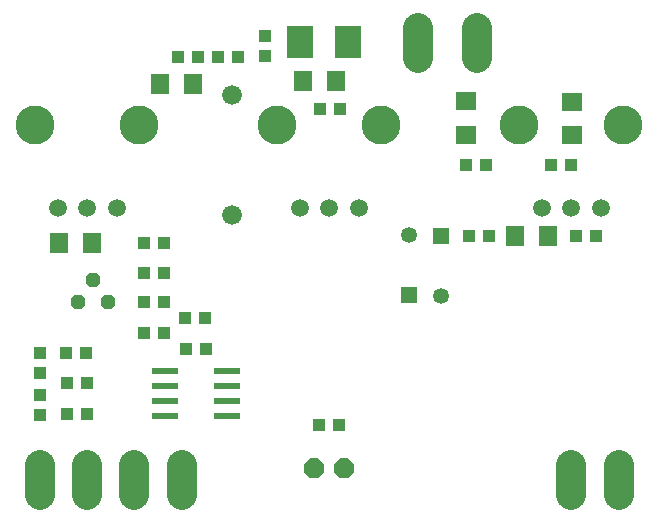
<source format=gbr>
G04 EAGLE Gerber RS-274X export*
G75*
%MOMM*%
%FSLAX34Y34*%
%LPD*%
%INSoldermask Top*%
%IPPOS*%
%AMOC8*
5,1,8,0,0,1.08239X$1,22.5*%
G01*
%ADD10R,1.600000X1.800000*%
%ADD11R,1.100000X1.000000*%
%ADD12R,1.800000X1.600000*%
%ADD13R,1.000000X1.100000*%
%ADD14C,1.676400*%
%ADD15R,1.350000X1.350000*%
%ADD16C,1.350000*%
%ADD17R,2.200000X0.600000*%
%ADD18C,2.540000*%
%ADD19P,1.814519X8X202.500000*%
%ADD20C,1.500000*%
%ADD21C,3.300000*%
%ADD22R,2.286000X2.794000*%
%ADD23P,1.319650X8X22.500000*%


D10*
X252900Y377500D03*
X280900Y377500D03*
D11*
X52400Y147200D03*
X69400Y147200D03*
D10*
X159900Y375300D03*
X131900Y375300D03*
D11*
X267300Y354000D03*
X284300Y354000D03*
D12*
X480500Y359600D03*
X480500Y331600D03*
X390500Y360100D03*
X390500Y332100D03*
D11*
X484100Y246000D03*
X501100Y246000D03*
X153500Y150200D03*
X170500Y150200D03*
D10*
X460100Y246300D03*
X432100Y246300D03*
D13*
X29800Y94800D03*
X29800Y111800D03*
D14*
X192500Y263700D03*
X192500Y365300D03*
D15*
X369700Y246200D03*
D16*
X369700Y195400D03*
D15*
X342300Y195900D03*
D16*
X342300Y246700D03*
D17*
X136000Y118850D03*
X188000Y118850D03*
X136000Y131550D03*
X136000Y106150D03*
X136000Y93450D03*
X188000Y131550D03*
X188000Y106150D03*
X188000Y93450D03*
D18*
X350000Y397300D02*
X350000Y422700D01*
X520000Y52700D02*
X520000Y27300D01*
X30000Y27300D02*
X30000Y52700D01*
X70000Y52700D02*
X70000Y27300D01*
X480000Y27300D02*
X480000Y52700D01*
X400000Y397300D02*
X400000Y422700D01*
D11*
X220200Y415700D03*
X220200Y398700D03*
D13*
X180600Y398000D03*
X197600Y398000D03*
X147100Y398000D03*
X164100Y398000D03*
X479900Y306000D03*
X462900Y306000D03*
X391000Y306200D03*
X408000Y306200D03*
X410000Y246000D03*
X393000Y246000D03*
D11*
X30000Y129900D03*
X30000Y146900D03*
D13*
X69800Y121800D03*
X52800Y121800D03*
X69600Y95800D03*
X52600Y95800D03*
X169800Y177000D03*
X152800Y177000D03*
D11*
X135400Y164200D03*
X118400Y164200D03*
X135400Y190000D03*
X118400Y190000D03*
D13*
X135400Y214800D03*
X118400Y214800D03*
X135400Y240600D03*
X118400Y240600D03*
D10*
X74200Y240100D03*
X46200Y240100D03*
D19*
X287700Y50000D03*
X262300Y50000D03*
D13*
X283500Y86400D03*
X266500Y86400D03*
D18*
X150000Y52700D02*
X150000Y27300D01*
X110000Y27300D02*
X110000Y52700D01*
D20*
X505000Y270000D03*
X480000Y270000D03*
X455000Y270000D03*
D21*
X524000Y340000D03*
X436000Y340000D03*
D20*
X300000Y270000D03*
X275000Y270000D03*
X250000Y270000D03*
D21*
X319000Y340000D03*
X231000Y340000D03*
D20*
X95000Y270000D03*
X70000Y270000D03*
X45000Y270000D03*
D21*
X114000Y340000D03*
X26000Y340000D03*
D22*
X290960Y410200D03*
X250040Y410200D03*
D23*
X87700Y190000D03*
X75000Y209050D03*
X62300Y190000D03*
M02*

</source>
